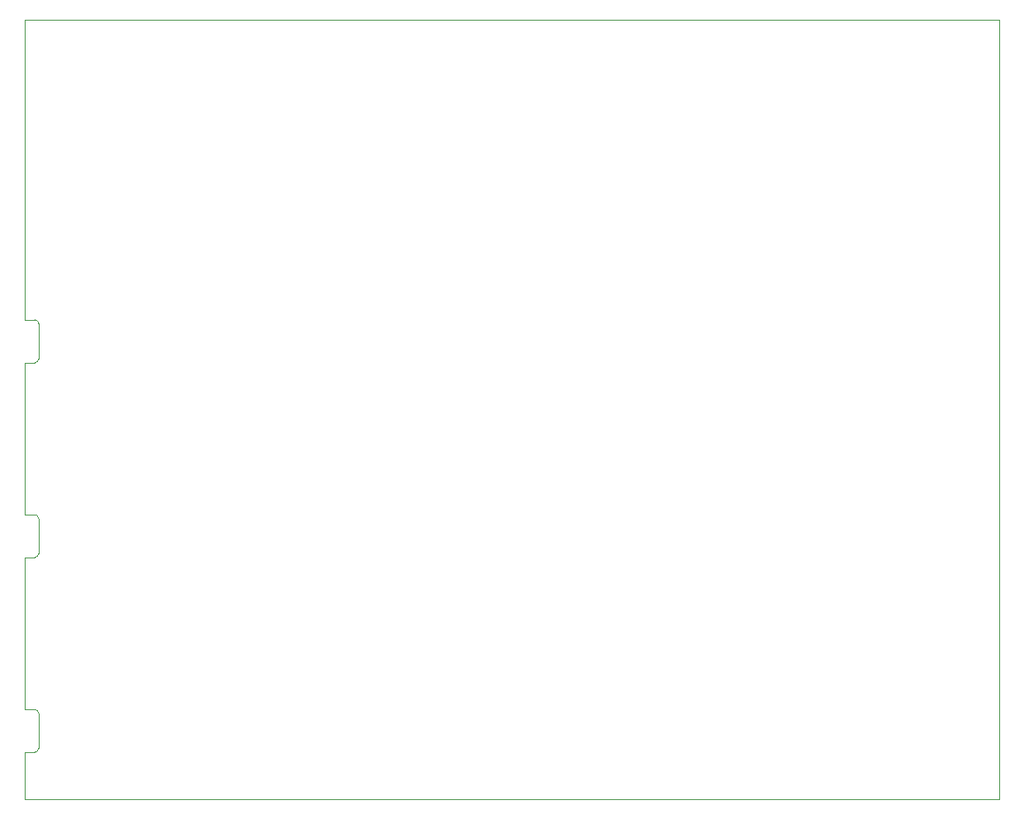
<source format=gbr>
%TF.GenerationSoftware,KiCad,Pcbnew,8.0.5*%
%TF.CreationDate,2024-11-21T14:48:29+00:00*%
%TF.ProjectId,ESP32MozziExperimenterShield,45535033-324d-46f7-9a7a-694578706572,rev?*%
%TF.SameCoordinates,Original*%
%TF.FileFunction,Profile,NP*%
%FSLAX46Y46*%
G04 Gerber Fmt 4.6, Leading zero omitted, Abs format (unit mm)*
G04 Created by KiCad (PCBNEW 8.0.5) date 2024-11-21 14:48:29*
%MOMM*%
%LPD*%
G01*
G04 APERTURE LIST*
%TA.AperFunction,Profile*%
%ADD10C,0.100000*%
%TD*%
%TA.AperFunction,Profile*%
%ADD11C,0.120000*%
%TD*%
G04 APERTURE END LIST*
D10*
X50000000Y-116500000D02*
X50000000Y-109500000D01*
X150000000Y-130000000D02*
X50000000Y-130000000D01*
X150000000Y-50000000D02*
X150000000Y-130000000D01*
X50000000Y-76500000D02*
X50000000Y-50000000D01*
X50000000Y-50000000D02*
X150000000Y-50000000D01*
X50000000Y-130000000D02*
X50000000Y-129500000D01*
X50000000Y-96500000D02*
X50000000Y-89500000D01*
D11*
%TO.C,J6*%
X50000000Y-100800000D02*
X50000000Y-96500000D01*
X50000000Y-105200000D02*
X50000000Y-109500000D01*
X51000000Y-100800000D02*
X50000000Y-100800000D01*
X51000000Y-105200000D02*
X50000000Y-105200000D01*
X51400000Y-104800000D02*
X51400000Y-101200000D01*
X51000000Y-100800000D02*
G75*
G02*
X51400000Y-101200000I-2J-400002D01*
G01*
X51400000Y-104800000D02*
G75*
G02*
X51000000Y-105200000I-400000J0D01*
G01*
%TO.C,J5*%
X50000000Y-120800000D02*
X50000000Y-116500000D01*
X50000000Y-125200000D02*
X50000000Y-129500000D01*
X51000000Y-120800000D02*
X50000000Y-120800000D01*
X51000000Y-125200000D02*
X50000000Y-125200000D01*
X51400000Y-124800000D02*
X51400000Y-121200000D01*
X51000000Y-120800000D02*
G75*
G02*
X51400000Y-121200000I-2J-400002D01*
G01*
X51400000Y-124800000D02*
G75*
G02*
X51000000Y-125200000I-400000J0D01*
G01*
%TO.C,J7*%
X50000000Y-80800000D02*
X50000000Y-76500000D01*
X50000000Y-85200000D02*
X50000000Y-89500000D01*
X51000000Y-80800000D02*
X50000000Y-80800000D01*
X51000000Y-85200000D02*
X50000000Y-85200000D01*
X51400000Y-84800000D02*
X51400000Y-81200000D01*
X51000000Y-80800000D02*
G75*
G02*
X51400000Y-81200000I-2J-400002D01*
G01*
X51400000Y-84800000D02*
G75*
G02*
X51000000Y-85200000I-400000J0D01*
G01*
%TD*%
M02*

</source>
